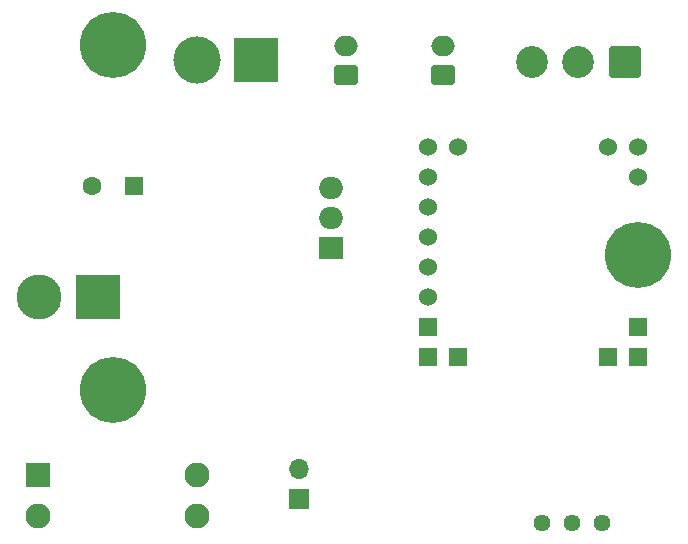
<source format=gbr>
%TF.GenerationSoftware,KiCad,Pcbnew,7.0.8*%
%TF.CreationDate,2024-09-16T20:09:50+09:00*%
%TF.ProjectId,____,fb90fa7f-2e6b-4696-9361-645f70636258,rev?*%
%TF.SameCoordinates,Original*%
%TF.FileFunction,Soldermask,Bot*%
%TF.FilePolarity,Negative*%
%FSLAX46Y46*%
G04 Gerber Fmt 4.6, Leading zero omitted, Abs format (unit mm)*
G04 Created by KiCad (PCBNEW 7.0.8) date 2024-09-16 20:09:50*
%MOMM*%
%LPD*%
G01*
G04 APERTURE LIST*
G04 Aperture macros list*
%AMRoundRect*
0 Rectangle with rounded corners*
0 $1 Rounding radius*
0 $2 $3 $4 $5 $6 $7 $8 $9 X,Y pos of 4 corners*
0 Add a 4 corners polygon primitive as box body*
4,1,4,$2,$3,$4,$5,$6,$7,$8,$9,$2,$3,0*
0 Add four circle primitives for the rounded corners*
1,1,$1+$1,$2,$3*
1,1,$1+$1,$4,$5*
1,1,$1+$1,$6,$7*
1,1,$1+$1,$8,$9*
0 Add four rect primitives between the rounded corners*
20,1,$1+$1,$2,$3,$4,$5,0*
20,1,$1+$1,$4,$5,$6,$7,0*
20,1,$1+$1,$6,$7,$8,$9,0*
20,1,$1+$1,$8,$9,$2,$3,0*%
G04 Aperture macros list end*
%ADD10C,1.600000*%
%ADD11R,1.600000X1.600000*%
%ADD12RoundRect,0.250001X1.099999X1.099999X-1.099999X1.099999X-1.099999X-1.099999X1.099999X-1.099999X0*%
%ADD13C,2.700000*%
%ADD14C,5.600000*%
%ADD15R,3.800000X3.800000*%
%ADD16C,3.800000*%
%ADD17R,2.000000X1.905000*%
%ADD18O,2.000000X1.905000*%
%ADD19RoundRect,0.250000X0.750000X-0.600000X0.750000X0.600000X-0.750000X0.600000X-0.750000X-0.600000X0*%
%ADD20O,2.000000X1.700000*%
%ADD21R,2.108200X2.108200*%
%ADD22C,2.108200*%
%ADD23C,4.000000*%
%ADD24C,1.440000*%
%ADD25R,1.700000X1.700000*%
%ADD26O,1.700000X1.700000*%
%ADD27C,1.524000*%
%ADD28R,1.524000X1.524000*%
G04 APERTURE END LIST*
D10*
%TO.C,C3*%
X40132000Y-103378000D03*
D11*
X43632000Y-103378000D03*
%TD*%
D12*
%TO.C,J4*%
X85240000Y-92837000D03*
D13*
X81280000Y-92837000D03*
X77320000Y-92837000D03*
%TD*%
D14*
%TO.C,REF\u002A\u002A*%
X41910000Y-91440000D03*
%TD*%
D15*
%TO.C,J1*%
X40600000Y-112776000D03*
D16*
X35600000Y-112776000D03*
%TD*%
D17*
%TO.C,Q2*%
X60325000Y-108585000D03*
D18*
X60325000Y-106045000D03*
X60325000Y-103505000D03*
%TD*%
D19*
%TO.C,MES1*%
X61595000Y-93980000D03*
D20*
X61595000Y-91480000D03*
%TD*%
D21*
%TO.C,F1*%
X35534600Y-127838200D03*
D22*
X35534600Y-131241800D03*
X48996600Y-131241800D03*
X48996600Y-127838200D03*
%TD*%
D19*
%TO.C,J3*%
X69850000Y-93980000D03*
D20*
X69850000Y-91480000D03*
%TD*%
D15*
%TO.C,J2*%
X53975000Y-92710000D03*
D23*
X48975000Y-92710000D03*
%TD*%
D24*
%TO.C,RV2*%
X83284000Y-131832000D03*
X80744000Y-131832000D03*
X78204000Y-131832000D03*
%TD*%
D25*
%TO.C,JP1*%
X57630000Y-129800000D03*
D26*
X57630000Y-127260000D03*
%TD*%
D27*
%TO.C,LT8640-1*%
X71120000Y-100076000D03*
X68580000Y-100076000D03*
X68580000Y-102616000D03*
X68580000Y-105156000D03*
X68580000Y-107696000D03*
X68580000Y-110236000D03*
X68580000Y-112776000D03*
D28*
X68580000Y-115316000D03*
X68580000Y-117856000D03*
X71120000Y-117856000D03*
D27*
X83820000Y-100076000D03*
X86360000Y-100076000D03*
X86360000Y-102616000D03*
D28*
X86360000Y-115316000D03*
X86360000Y-117856000D03*
X83820000Y-117856000D03*
%TD*%
D14*
%TO.C,REF\u002A\u002A*%
X41910000Y-120650000D03*
%TD*%
%TO.C,REF\u002A\u002A*%
X86360000Y-109220000D03*
%TD*%
M02*

</source>
